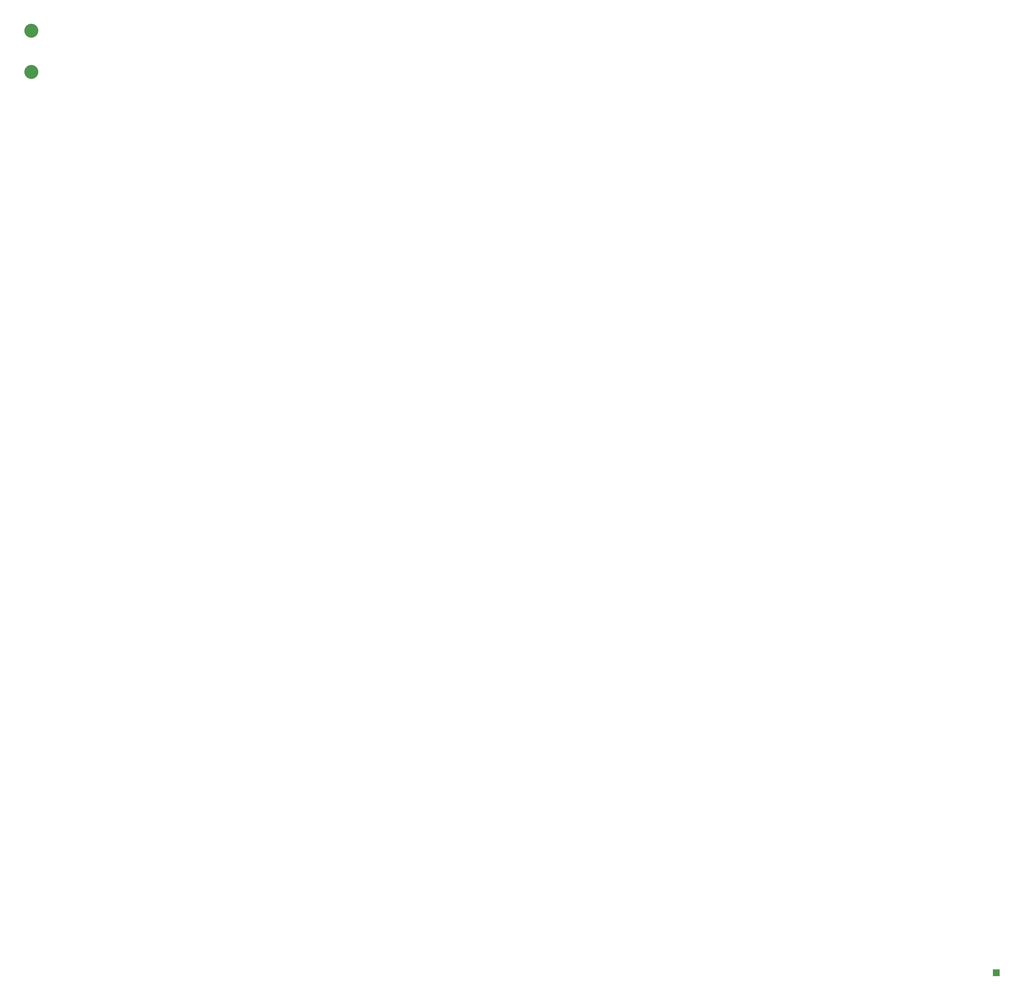
<source format=gbr>
%TF.GenerationSoftware,KiCad,Pcbnew,7.0.1-3b83917a11~172~ubuntu22.04.1*%
%TF.CreationDate,2023-12-10T14:44:59-05:00*%
%TF.ProjectId,coil_template_second,636f696c-5f74-4656-9d70-6c6174655f73,rev?*%
%TF.SameCoordinates,Original*%
%TF.FileFunction,Soldermask,Top*%
%TF.FilePolarity,Negative*%
%FSLAX46Y46*%
G04 Gerber Fmt 4.6, Leading zero omitted, Abs format (unit mm)*
G04 Created by KiCad (PCBNEW 7.0.1-3b83917a11~172~ubuntu22.04.1) date 2023-12-10 14:44:59*
%MOMM*%
%LPD*%
G01*
G04 APERTURE LIST*
%ADD10C,10.160000*%
%ADD11R,5.000000X5.000000*%
G04 APERTURE END LIST*
D10*
%TO.C,J1*%
X45240000Y-75240000D03*
X45240000Y-45270000D03*
%TD*%
D11*
%TO.C,J2*%
X746566280Y-730430937D03*
%TD*%
M02*

</source>
